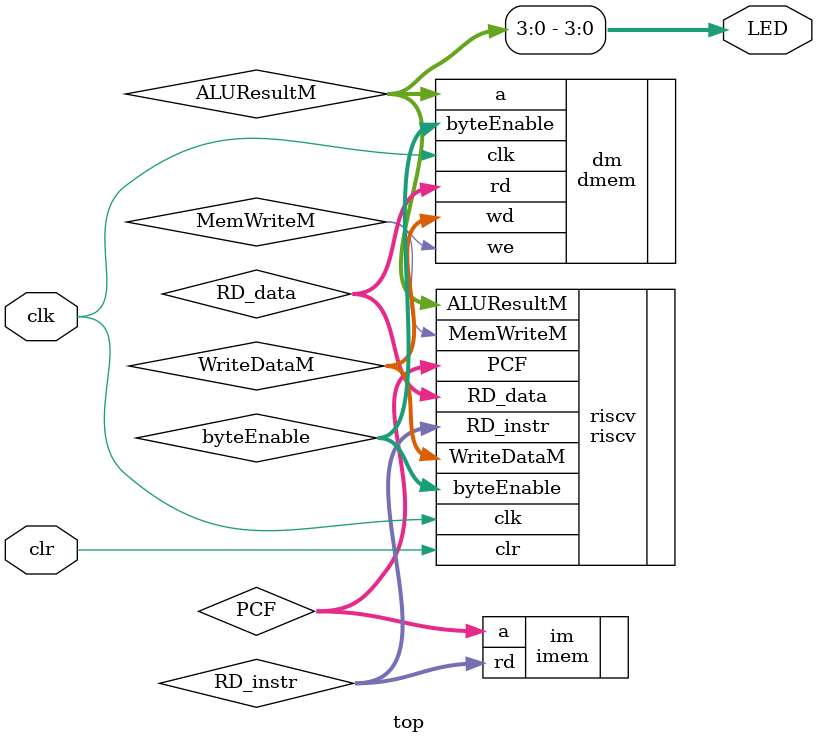
<source format=sv>

module top (
    
        input logic clk,
        input logic clr,
        output logic [3:0] LED

    );

    logic [31:0] ALUResultM;
    logic [31:0] PCF;
    logic [31:0] RD_instr;
    logic [31:0] RD_data;
    logic [31:0] WriteDataM;
    logic MemWriteM;
    logic [3:0] byteEnable; 

    riscv riscv(
        .clk(clk),
        .clr(clr),
        .RD_instr(RD_instr),
        .RD_data(RD_data),
        .PCF(PCF),
        .ALUResultM(ALUResultM),
        .WriteDataM(WriteDataM),
        .MemWriteM(MemWriteM),
        .byteEnable(byteEnable)
    );

    imem im( .a(PCF), .rd(RD_instr) );
    dmem dm(.clk(clk), .we(MemWriteM), .byteEnable(byteEnable),
            .a(ALUResultM), .wd(WriteDataM), .rd(RD_data));

    assign LED = ALUResultM[3:0];
    
endmodule
</source>
